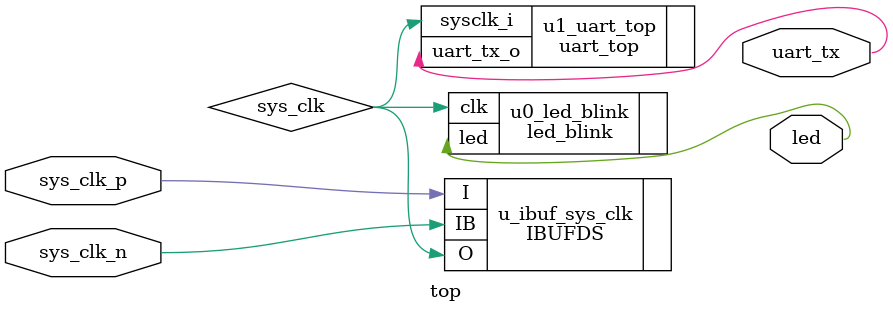
<source format=v>
`timescale 1ns / 1ns

module top
(
    input sys_clk_p,// Differentia system clock 200Mhz input on board
	input sys_clk_n,

    output led,
    output uart_tx
);
//===========================================================================
//Differentia system clock to single end clock
//===========================================================================
wire        sys_clk;

// IBUFDS: Differential Input Buffer
//         Kintex-7
// Xilinx HDL Language Template, version 2017.4
   
IBUFDS #(
	.DIFF_TERM("TRUE"),       // Differential Termination
	.IBUF_LOW_PWR("TRUE"),     // Low power="TRUE", Highest performance="FALSE" 
	.IOSTANDARD("DEFAULT")     // Specify the input I/O standard
) u_ibuf_sys_clk (
	.O(sys_clk),  // Buffer output
	.I(sys_clk_p),  // Diff_p buffer input (connect directly to top-level port)
	.IB(sys_clk_n) // Diff_n buffer input (connect directly to top-level port)
);   

led_blink u0_led_blink(
    .clk(sys_clk),  //50MHz

    .led(led)
);

uart_top u1_uart_top
(
    .sysclk_i(sys_clk),
    .uart_tx_o(uart_tx) 
);

endmodule
</source>
